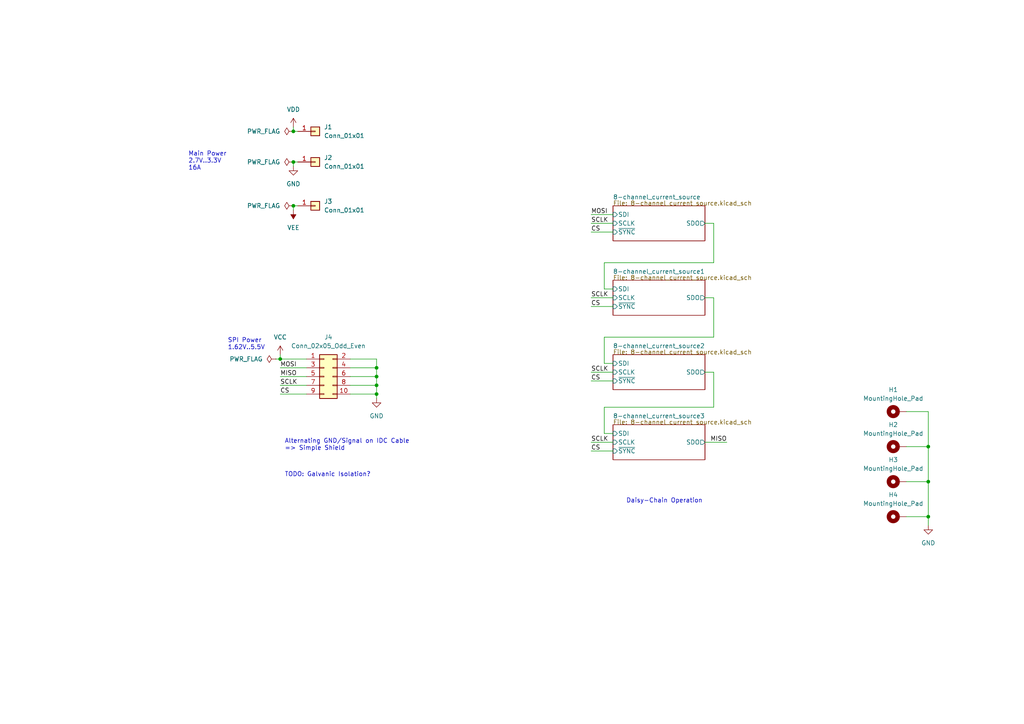
<source format=kicad_sch>
(kicad_sch (version 20230121) (generator eeschema)
  (paper "A4")
  (title_block (title "32-Channel Programmable Current Source") (date "2023-06-29") (rev "1") (company "ETH Zürich") (comment 1 "Maximilian Stabel"))
  (lib_symbols
    (symbol "Connector_Generic:Conn_01x01" (pin_names (offset 1.016) hide)
      (property "Reference" "J" (at 0 2.54 0))
      (property "Value" "Conn_01x01" (at 0 -2.54 0))
      (symbol "Conn_01x01_1_1"
        (rectangle (start -1.27 0.127) (end 0 -0.127) (stroke (width 0.1524)))
        (rectangle (start -1.27 1.27) (end 1.27 -1.27) (stroke (width 0.254)) (fill (type background)))
        (pin passive line (at -5.08 0 0) (length 3.81) (name "Pin_1") (number "1"))
      )
    )
    (symbol "Connector_Generic:Conn_02x05_Odd_Even" (pin_names (offset 1.016) hide)
      (property "Reference" "J" (at 1.27 7.62 0))
      (property "Value" "Conn_02x05_Odd_Even" (at 1.27 -7.62 0))
      (symbol "Conn_02x05_Odd_Even_1_1"
        (rectangle (start -1.27 -4.953) (end 0 -5.207) (stroke (width 0.1524)))
        (rectangle (start -1.27 -2.413) (end 0 -2.667) (stroke (width 0.1524)))
        (rectangle (start -1.27 0.127) (end 0 -0.127) (stroke (width 0.1524)))
        (rectangle (start -1.27 2.667) (end 0 2.413) (stroke (width 0.1524)))
        (rectangle (start -1.27 5.207) (end 0 4.953) (stroke (width 0.1524)))
        (rectangle (start -1.27 6.35) (end 3.81 -6.35) (stroke (width 0.254)) (fill (type background)))
        (rectangle (start 3.81 -4.953) (end 2.54 -5.207) (stroke (width 0.1524)))
        (rectangle (start 3.81 -2.413) (end 2.54 -2.667) (stroke (width 0.1524)))
        (rectangle (start 3.81 0.127) (end 2.54 -0.127) (stroke (width 0.1524)))
        (rectangle (start 3.81 2.667) (end 2.54 2.413) (stroke (width 0.1524)))
        (rectangle (start 3.81 5.207) (end 2.54 4.953) (stroke (width 0.1524)))
        (pin passive line (at -5.08 5.08 0) (length 3.81) (name "Pin_1") (number "1"))
        (pin passive line (at 7.62 -5.08 180) (length 3.81) (name "Pin_10") (number "10"))
        (pin passive line (at 7.62 5.08 180) (length 3.81) (name "Pin_2") (number "2"))
        (pin passive line (at -5.08 2.54 0) (length 3.81) (name "Pin_3") (number "3"))
        (pin passive line (at 7.62 2.54 180) (length 3.81) (name "Pin_4") (number "4"))
        (pin passive line (at -5.08 0 0) (length 3.81) (name "Pin_5") (number "5"))
        (pin passive line (at 7.62 0 180) (length 3.81) (name "Pin_6") (number "6"))
        (pin passive line (at -5.08 -2.54 0) (length 3.81) (name "Pin_7") (number "7"))
        (pin passive line (at 7.62 -2.54 180) (length 3.81) (name "Pin_8") (number "8"))
        (pin passive line (at -5.08 -5.08 0) (length 3.81) (name "Pin_9") (number "9"))
      )
    )
    (symbol "Mechanical:MountingHole_Pad" (pin_numbers hide) (pin_names (offset 1.016) hide)
      (property "Reference" "H" (at 0 6.35 0))
      (property "Value" "MountingHole_Pad" (at 0 4.445 0))
      (symbol "MountingHole_Pad_0_1"
        (circle (center 0 1.27) (radius 1.27) (stroke (width 1.27)))
      )
      (symbol "MountingHole_Pad_1_1"
        (pin input line (at 0 -2.54 90) (length 2.54) (name "1") (number "1"))
      )
    )
    (symbol "power:GND" (power) (pin_names (offset 0))
      (property "Value" "GND" (at 0 -3.81 0))
      (symbol "GND_0_1"
        (polyline (pts (xy 0 0) (xy 0 -1.27) (xy 1.27 -1.27) (xy 0 -2.54) (xy -1.27 -1.27) (xy 0 -1.27)))
      )
      (symbol "GND_1_1"
        (pin power_in line (at 0 0 270) (length 0) hide (name "GND") (number "1"))
      )
    )
    (symbol "power:PWR_FLAG" (power) (pin_numbers hide) (pin_names (offset 0) hide)
      (property "Value" "PWR_FLAG" (at 0 3.81 0))
      (symbol "PWR_FLAG_0_0"
        (pin power_out line (at 0 0 90) (length 0) (name "pwr") (number "1"))
      )
      (symbol "PWR_FLAG_0_1"
        (polyline (pts (xy 0 0) (xy 0 1.27) (xy -1.016 1.905) (xy 0 2.54) (xy 1.016 1.905) (xy 0 1.27)))
      )
    )
    (symbol "power:VCC" (power) (pin_names (offset 0))
      (property "Value" "VCC" (at 0 3.81 0))
      (symbol "VCC_0_1"
        (polyline (pts (xy -0.762 1.27) (xy 0 2.54)))
        (polyline (pts (xy 0 0) (xy 0 2.54)))
        (polyline (pts (xy 0 2.54) (xy 0.762 1.27)))
      )
      (symbol "VCC_1_1"
        (pin power_in line (at 0 0 90) (length 0) hide (name "VCC") (number "1"))
      )
    )
    (symbol "power:VDD" (power) (pin_names (offset 0))
      (property "Value" "VDD" (at 0 3.81 0))
      (symbol "VDD_0_1"
        (polyline (pts (xy -0.762 1.27) (xy 0 2.54)))
        (polyline (pts (xy 0 0) (xy 0 2.54)))
        (polyline (pts (xy 0 2.54) (xy 0.762 1.27)))
      )
      (symbol "VDD_1_1"
        (pin power_in line (at 0 0 90) (length 0) hide (name "VDD") (number "1"))
      )
    )
    (symbol "power:VEE" (power) (pin_names (offset 0))
      (property "Value" "VEE" (at 0 3.81 0))
      (symbol "VEE_0_1"
        (polyline (pts (xy 0 0) (xy 0 2.54)))
        (polyline (pts (xy 0.762 1.27) (xy -0.762 1.27) (xy 0 2.54) (xy 0.762 1.27)) (fill (type outline)))
      )
      (symbol "VEE_1_1"
        (pin power_in line (at 0 0 90) (length 0) hide (name "VEE") (number "1"))
      )
    )
  )
  (junction (at 85.09 46.99))
  (junction (at 85.09 38.1))
  (junction (at 269.24 129.54))
  (junction (at 109.22 109.22))
  (junction (at 85.09 59.69))
  (junction (at 81.28 104.14))
  (junction (at 269.24 139.7))
  (junction (at 109.22 106.68))
  (junction (at 109.22 114.3))
  (junction (at 269.24 149.86))
  (junction (at 109.22 111.76))
  (wire (pts (xy 269.24 129.54) (xy 269.24 119.38)))
  (wire (pts (xy 269.24 149.86) (xy 269.24 139.7)))
  (wire (pts (xy 85.09 59.69) (xy 85.09 60.96)))
  (wire (pts (xy 109.22 111.76) (xy 109.22 114.3)))
  (wire (pts (xy 204.47 107.95) (xy 207.01 107.95)))
  (wire (pts (xy 171.45 128.27) (xy 177.8 128.27)))
  (wire (pts (xy 81.28 114.3) (xy 88.9 114.3)))
  (wire (pts (xy 171.45 67.31) (xy 177.8 67.31)))
  (wire (pts (xy 171.45 62.23) (xy 177.8 62.23)))
  (wire (pts (xy 81.28 104.14) (xy 88.9 104.14)))
  (wire (pts (xy 207.01 86.36) (xy 207.01 97.79)))
  (wire (pts (xy 171.45 88.9) (xy 177.8 88.9)))
  (wire (pts (xy 101.6 114.3) (xy 109.22 114.3)))
  (wire (pts (xy 175.26 105.41) (xy 177.8 105.41)))
  (wire (pts (xy 204.47 86.36) (xy 207.01 86.36)))
  (wire (pts (xy 175.26 118.11) (xy 175.26 125.73)))
  (wire (pts (xy 101.6 106.68) (xy 109.22 106.68)))
  (wire (pts (xy 262.89 139.7) (xy 269.24 139.7)))
  (wire (pts (xy 86.36 46.99) (xy 85.09 46.99)))
  (wire (pts (xy 80.01 104.14) (xy 81.28 104.14)))
  (wire (pts (xy 101.6 111.76) (xy 109.22 111.76)))
  (wire (pts (xy 269.24 152.4) (xy 269.24 149.86)))
  (wire (pts (xy 85.09 46.99) (xy 85.09 48.26)))
  (wire (pts (xy 171.45 110.49) (xy 177.8 110.49)))
  (wire (pts (xy 175.26 97.79) (xy 175.26 105.41)))
  (wire (pts (xy 81.28 109.22) (xy 88.9 109.22)))
  (wire (pts (xy 204.47 128.27) (xy 210.82 128.27)))
  (wire (pts (xy 175.26 76.2) (xy 175.26 83.82)))
  (wire (pts (xy 109.22 114.3) (xy 109.22 115.57)))
  (wire (pts (xy 109.22 106.68) (xy 109.22 109.22)))
  (wire (pts (xy 171.45 64.77) (xy 177.8 64.77)))
  (wire (pts (xy 269.24 149.86) (xy 262.89 149.86)))
  (wire (pts (xy 81.28 106.68) (xy 88.9 106.68)))
  (wire (pts (xy 269.24 139.7) (xy 269.24 129.54)))
  (wire (pts (xy 207.01 107.95) (xy 207.01 118.11)))
  (wire (pts (xy 207.01 64.77) (xy 207.01 76.2)))
  (wire (pts (xy 269.24 119.38) (xy 262.89 119.38)))
  (wire (pts (xy 207.01 118.11) (xy 175.26 118.11)))
  (wire (pts (xy 101.6 104.14) (xy 109.22 104.14)))
  (wire (pts (xy 171.45 86.36) (xy 177.8 86.36)))
  (wire (pts (xy 171.45 107.95) (xy 177.8 107.95)))
  (wire (pts (xy 86.36 59.69) (xy 85.09 59.69)))
  (wire (pts (xy 109.22 109.22) (xy 109.22 111.76)))
  (wire (pts (xy 81.28 102.87) (xy 81.28 104.14)))
  (wire (pts (xy 171.45 130.81) (xy 177.8 130.81)))
  (wire (pts (xy 85.09 38.1) (xy 85.09 36.83)))
  (wire (pts (xy 204.47 64.77) (xy 207.01 64.77)))
  (wire (pts (xy 86.36 38.1) (xy 85.09 38.1)))
  (wire (pts (xy 207.01 76.2) (xy 175.26 76.2)))
  (wire (pts (xy 101.6 109.22) (xy 109.22 109.22)))
  (wire (pts (xy 175.26 125.73) (xy 177.8 125.73)))
  (wire (pts (xy 207.01 97.79) (xy 175.26 97.79)))
  (wire (pts (xy 81.28 111.76) (xy 88.9 111.76)))
  (wire (pts (xy 175.26 83.82) (xy 177.8 83.82)))
  (wire (pts (xy 269.24 129.54) (xy 262.89 129.54)))
  (wire (pts (xy 109.22 104.14) (xy 109.22 106.68)))
  (text "Main Power\n2.7V..3.3V\n16A" (at 54.61 49.53 0) (effects (font (size 1.27 1.27)) (justify left bottom)))
  (text "SPI Power\n1.62V..5.5V" (at 66.04 101.6 0) (effects (font (size 1.27 1.27)) (justify left bottom)))
  (text "Alternating GND/Signal on IDC Cable\n=> Simple Shield" (at 82.55 130.81 0) (effects (font (size 1.27 1.27)) (justify left bottom)))
  (text "TODO: Galvanic Isolation?" (at 82.55 138.43 0) (effects (font (size 1.27 1.27)) (justify left bottom)))
  (text "Daisy-Chain Operation" (at 181.61 146.05 0) (effects (font (size 1.27 1.27)) (justify left bottom)))
  (label "SCLK" (at 171.45 107.95 0))
  (label "CS" (at 171.45 130.81 0))
  (label "MOSI" (at 81.28 106.68 0))
  (label "CS" (at 171.45 110.49 0))
  (label "MOSI" (at 171.45 62.23 0))
  (label "SCLK" (at 171.45 128.27 0))
  (label "SCLK" (at 81.28 111.76 0))
  (label "CS" (at 171.45 88.9 0))
  (label "MISO" (at 210.82 128.27 180))
  (label "SCLK" (at 171.45 86.36 0))
  (label "CS" (at 81.28 114.3 0))
  (label "CS" (at 171.45 67.31 0))
  (label "SCLK" (at 171.45 64.77 0))
  (label "MISO" (at 81.28 109.22 0))
  (symbol (lib_id "Connector_Generic:Conn_01x01") (at 91.44 59.69 0) (unit 1)
    (property "Reference" "J3" (at 93.98 58.42 0) (effects (justify left)))
    (property "Value" "Conn_01x01" (at 93.98 60.96 0) (effects (justify left)))
    (property "Footprint" "Connector:CalTest_CT3151" (effects hide))
    (property "Datasheet" "https://www.mouser.ch/datasheet/2/701/CT3151_rK_2c_4mm_Sheathed_Jack_2c_H_V_PCB-3049294.pdf" (effects hide))
    (property "MPN" "CT3151-0" (effects hide))
    (property "Mouser" "510-CT3151-0" (effects hide))
  )
  (symbol (lib_id "power:GND") (at 85.09 48.26 0) (unit 1)
    (property "Reference" "#PWR03" (effects hide))
    (property "Value" "GND" (at 85.09 53.34 0))
  )
  (symbol (lib_id "power:GND") (at 269.24 152.4 0) (unit 1)
    (property "Reference" "#PWR0210" (effects hide))
    (property "Value" "GND" (at 269.24 157.48 0))
  )
  (symbol (lib_id "power:VCC") (at 81.28 102.87 0) (unit 1)
    (property "Reference" "#PWR01" (effects hide))
    (property "Value" "VCC" (at 81.28 97.79 0))
  )
  (symbol (lib_id "Connector_Generic:Conn_01x01") (at 91.44 46.99 0) (unit 1)
    (property "Reference" "J2" (at 93.98 45.72 0) (effects (justify left)))
    (property "Value" "Conn_01x01" (at 93.98 48.26 0) (effects (justify left)))
    (property "Footprint" "Connector:CalTest_CT3151" (effects hide))
    (property "Datasheet" "https://www.mouser.ch/datasheet/2/701/CT3151_rK_2c_4mm_Sheathed_Jack_2c_H_V_PCB-3049294.pdf" (effects hide))
    (property "MPN" "CT3151-0" (effects hide))
    (property "Mouser" "510-CT3151-0" (effects hide))
  )
  (symbol (lib_id "power:VDD") (at 85.09 36.83 0) (unit 1)
    (property "Reference" "#PWR02" (effects hide))
    (property "Value" "VDD" (at 85.09 31.75 0))
  )
  (symbol (lib_id "Mechanical:MountingHole_Pad") (at 260.35 139.7 90) (unit 1)
    (property "Reference" "H3" (at 259.08 133.35 90))
    (property "Value" "MountingHole_Pad" (at 259.08 135.89 90))
    (property "Footprint" "MountingHole:MountingHole_3.2mm_M3_Pad_Via" (effects hide))
  )
  (symbol (lib_id "Mechanical:MountingHole_Pad") (at 260.35 129.54 90) (unit 1)
    (property "Reference" "H2" (at 259.08 123.19 90))
    (property "Value" "MountingHole_Pad" (at 259.08 125.73 90))
    (property "Footprint" "MountingHole:MountingHole_3.2mm_M3_Pad_Via" (effects hide))
  )
  (symbol (lib_id "Mechanical:MountingHole_Pad") (at 260.35 149.86 90) (unit 1)
    (property "Reference" "H4" (at 259.08 143.51 90))
    (property "Value" "MountingHole_Pad" (at 259.08 146.05 90))
    (property "Footprint" "MountingHole:MountingHole_3.2mm_M3_Pad_Via" (effects hide))
  )
  (symbol (lib_id "power:VEE") (at 85.09 60.96 180) (unit 1)
    (property "Reference" "#PWR04" (effects hide))
    (property "Value" "VEE" (at 85.09 66.04 0))
  )
  (symbol (lib_id "Connector_Generic:Conn_02x05_Odd_Even") (at 93.98 109.22 0) (unit 1)
    (property "Reference" "J4" (at 95.25 97.79 0))
    (property "Value" "Conn_02x05_Odd_Even" (at 95.25 100.33 0))
    (property "Footprint" "Connector_IDC:IDC-Header_2x05_P2.54mm_Vertical_SMD" (effects hide))
  )
  (symbol (lib_id "Connector_Generic:Conn_01x01") (at 91.44 38.1 0) (unit 1)
    (property "Reference" "J1" (at 93.98 36.83 0) (effects (justify left)))
    (property "Value" "Conn_01x01" (at 93.98 39.37 0) (effects (justify left)))
    (property "Footprint" "Connector:CalTest_CT3151" (effects hide))
    (property "Datasheet" "https://www.mouser.ch/datasheet/2/701/CT3151_rK_2c_4mm_Sheathed_Jack_2c_H_V_PCB-3049294.pdf" (effects hide))
    (property "MPN" "CT3151-2" (effects hide))
    (property "Mouser" "510-CT3151-2" (effects hide))
  )
  (symbol (lib_id "power:PWR_FLAG") (at 80.01 104.14 90) (unit 1)
    (property "Reference" "#FLG01" (effects hide))
    (property "Value" "PWR_FLAG" (at 76.2 104.14 90) (effects (justify left)))
  )
  (symbol (lib_id "power:PWR_FLAG") (at 85.09 38.1 90) (unit 1)
    (property "Reference" "#FLG02" (effects hide))
    (property "Value" "PWR_FLAG" (at 81.28 38.1 90) (effects (justify left)))
  )
  (symbol (lib_id "power:GND") (at 109.22 115.57 0) (unit 1)
    (property "Reference" "#PWR05" (effects hide))
    (property "Value" "GND" (at 109.22 120.65 0))
  )
  (symbol (lib_id "power:PWR_FLAG") (at 85.09 59.69 90) (unit 1)
    (property "Reference" "#FLG04" (effects hide))
    (property "Value" "PWR_FLAG" (at 81.28 59.69 90) (effects (justify left)))
  )
  (symbol (lib_id "Mechanical:MountingHole_Pad") (at 260.35 119.38 90) (unit 1)
    (property "Reference" "H1" (at 259.08 113.03 90))
    (property "Value" "MountingHole_Pad" (at 259.08 115.57 90))
    (property "Footprint" "MountingHole:MountingHole_3.2mm_M3_Pad_Via" (effects hide))
  )
  (symbol (lib_id "power:PWR_FLAG") (at 85.09 46.99 90) (unit 1)
    (property "Reference" "#FLG03" (effects hide))
    (property "Value" "PWR_FLAG" (at 81.28 46.99 90) (effects (justify left)))
  )
  (sheet (at 177.8 59.69) (size 26.67 10.16) (stroke (width 0.1524))
    (property "Sheetname" "8-channel_current_source" (at 177.8 57.15 0) (effects (justify left)))
    (property "Sheetfile" "8-channel_current_source.kicad_sch" (at 177.8 59.69 0) (effects (justify left bottom)))
    (pin "~{SYNC}" input (at 177.8 67.31 180))
    (pin "SDI" input (at 177.8 62.23 180))
    (pin "SCLK" input (at 177.8 64.77 180))
    (pin "SDO" output (at 204.47 64.77 0))
  )
  (sheet (at 177.8 102.87) (size 26.67 10.16) (stroke (width 0.1524))
    (property "Sheetname" "8-channel_current_source2" (at 177.8 100.33 0) (effects (justify left)))
    (property "Sheetfile" "8-channel_current_source.kicad_sch" (at 177.8 102.87 0) (effects (justify left bottom)))
    (pin "~{SYNC}" input (at 177.8 110.49 180))
    (pin "SDI" input (at 177.8 105.41 180))
    (pin "SCLK" input (at 177.8 107.95 180))
    (pin "SDO" output (at 204.47 107.95 0))
  )
  (sheet (at 177.8 81.28) (size 26.67 10.16) (stroke (width 0.1524))
    (property "Sheetname" "8-channel_current_source1" (at 177.8 78.74 0) (effects (justify left)))
    (property "Sheetfile" "8-channel_current_source.kicad_sch" (at 177.8 81.28 0) (effects (justify left bottom)))
    (pin "~{SYNC}" input (at 177.8 88.9 180))
    (pin "SDI" input (at 177.8 83.82 180))
    (pin "SCLK" input (at 177.8 86.36 180))
    (pin "SDO" output (at 204.47 86.36 0))
  )
  (sheet (at 177.8 123.19) (size 26.67 10.16) (stroke (width 0.1524))
    (property "Sheetname" "8-channel_current_source3" (at 177.8 120.65 0) (effects (justify left)))
    (property "Sheetfile" "8-channel_current_source.kicad_sch" (at 177.8 123.19 0) (effects (justify left bottom)))
    (pin "~{SYNC}" input (at 177.8 130.81 180))
    (pin "SDI" input (at 177.8 125.73 180))
    (pin "SCLK" input (at 177.8 128.27 180))
    (pin "SDO" output (at 204.47 128.27 0))
  )
)
</source>
